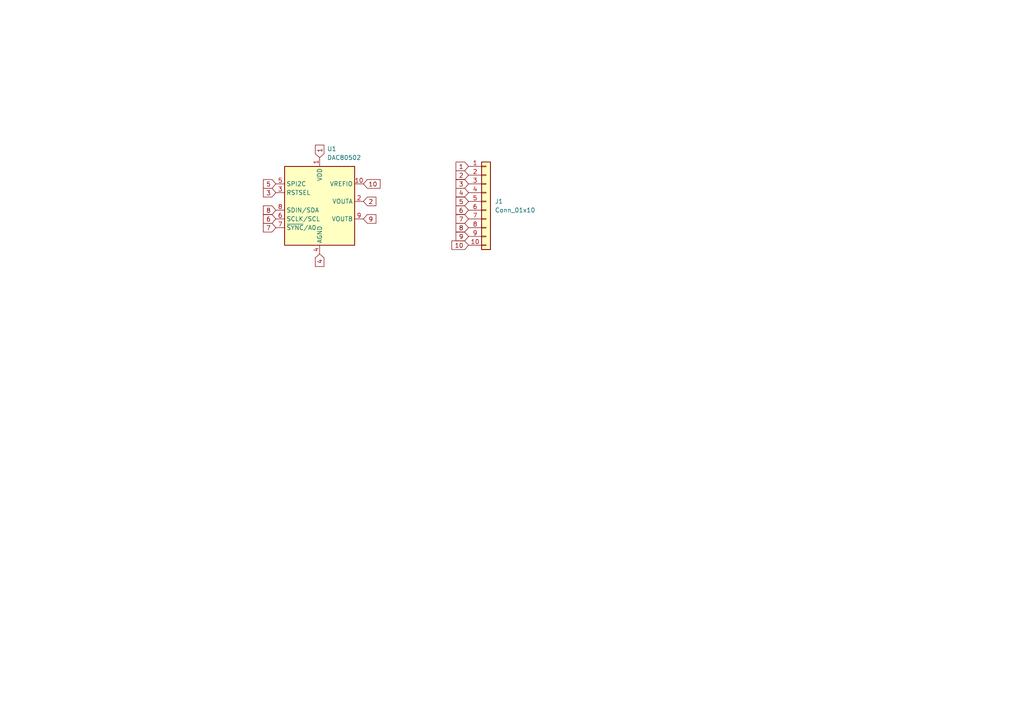
<source format=kicad_sch>
(kicad_sch (version 20250114) (generator "eeschema") (generator_version "9.0")
  (paper "A4")
  (lib_symbols
    (symbol "Analog_DAC:DAC80502"
      (property "Reference" "U" (at -10.16 11.43 0))
      (property "Value" "DAC80502" (at 7.62 11.43 0))
      (symbol "DAC80502_0_0"
        (pin input line (at -12.7 5.08 0) (length 2.54) (name "SPI2C") (number "5"))
        (pin input line (at -12.7 2.54 0) (length 2.54) (name "RSTSEL") (number "3"))
        (pin bidirectional line (at -12.7 -2.54 0) (length 2.54) (name "SDIN/SDA") (number "8"))
        (pin input line (at -12.7 -7.62 0) (length 2.54) (name "~{SYNC}/A0") (number "7"))
        (pin power_in line (at 0 12.7 270) (length 2.54) (name "VDD") (number "1"))
        (pin power_in line (at 0 -15.24 90) (length 2.54) (name "AGND") (number "4"))
        (pin bidirectional line (at 12.7 5.08 180) (length 2.54) (name "VREFIO") (number "10"))
        (pin output line (at 12.7 0 180) (length 2.54) (name "VOUTA") (number "2"))
        (pin output line (at 12.7 -5.08 180) (length 2.54) (name "VOUTB") (number "9"))
      )
      (symbol "DAC80502_1_0"
        (pin input line (at -12.7 -5.08 0) (length 2.54) (name "SCLK/SCL") (number "6"))
      )
      (symbol "DAC80502_1_1"
        (rectangle (start -10.16 10.16) (end 10.16 -12.7) (stroke (width 0.254)) (fill (type background)))
      )
    )
    (symbol "Connector_Generic:Conn_01x10" (pin_names (offset 1.016) (hide yes))
      (property "Reference" "J" (at 0 12.7 0))
      (property "Value" "Conn_01x10" (at 0 -15.24 0))
      (symbol "Conn_01x10_1_1"
        (rectangle (start -1.27 11.43) (end 1.27 -13.97) (stroke (width 0.254)) (fill (type background)))
        (rectangle (start -1.27 10.287) (end 0 10.033) (stroke (width 0.1524)))
        (rectangle (start -1.27 7.747) (end 0 7.493) (stroke (width 0.1524)))
        (rectangle (start -1.27 5.207) (end 0 4.953) (stroke (width 0.1524)))
        (rectangle (start -1.27 2.667) (end 0 2.413) (stroke (width 0.1524)))
        (rectangle (start -1.27 0.127) (end 0 -0.127) (stroke (width 0.1524)))
        (rectangle (start -1.27 -2.413) (end 0 -2.667) (stroke (width 0.1524)))
        (rectangle (start -1.27 -4.953) (end 0 -5.207) (stroke (width 0.1524)))
        (rectangle (start -1.27 -7.493) (end 0 -7.747) (stroke (width 0.1524)))
        (rectangle (start -1.27 -10.033) (end 0 -10.287) (stroke (width 0.1524)))
        (rectangle (start -1.27 -12.573) (end 0 -12.827) (stroke (width 0.1524)))
        (pin passive line (at -5.08 10.16 0) (length 3.81) (name "Pin_1") (number "1"))
        (pin passive line (at -5.08 7.62 0) (length 3.81) (name "Pin_2") (number "2"))
        (pin passive line (at -5.08 5.08 0) (length 3.81) (name "Pin_3") (number "3"))
        (pin passive line (at -5.08 2.54 0) (length 3.81) (name "Pin_4") (number "4"))
        (pin passive line (at -5.08 0 0) (length 3.81) (name "Pin_5") (number "5"))
        (pin passive line (at -5.08 -2.54 0) (length 3.81) (name "Pin_6") (number "6"))
        (pin passive line (at -5.08 -5.08 0) (length 3.81) (name "Pin_7") (number "7"))
        (pin passive line (at -5.08 -7.62 0) (length 3.81) (name "Pin_8") (number "8"))
        (pin passive line (at -5.08 -10.16 0) (length 3.81) (name "Pin_9") (number "9"))
        (pin passive line (at -5.08 -12.7 0) (length 3.81) (name "Pin_10") (number "10"))
      )
    )
  )
  (global_label "4" (shape input) (at 135.89 55.88 180) (property "Intersheetrefs" "${INTERSHEET_REFS}" (effects (hide yes))))
  (global_label "8" (shape input) (at 135.89 66.04 180) (property "Intersheetrefs" "${INTERSHEET_REFS}" (effects (hide yes))))
  (global_label "1" (shape input) (at 135.89 48.26 180) (property "Intersheetrefs" "${INTERSHEET_REFS}" (effects (hide yes))))
  (global_label "6" (shape input) (at 80.01 63.5 180) (property "Intersheetrefs" "${INTERSHEET_REFS}" (effects (hide yes))))
  (global_label "9" (shape input) (at 135.89 68.58 180) (property "Intersheetrefs" "${INTERSHEET_REFS}" (effects (hide yes))))
  (global_label "5" (shape input) (at 80.01 53.34 180) (property "Intersheetrefs" "${INTERSHEET_REFS}" (effects (hide yes))))
  (global_label "4" (shape input) (at 92.71 73.66 270) (property "Intersheetrefs" "${INTERSHEET_REFS}" (effects (hide yes))))
  (global_label "2" (shape input) (at 135.89 50.8 180) (property "Intersheetrefs" "${INTERSHEET_REFS}" (effects (hide yes))))
  (global_label "5" (shape input) (at 135.89 58.42 180) (property "Intersheetrefs" "${INTERSHEET_REFS}" (effects (hide yes))))
  (global_label "7" (shape input) (at 80.01 66.04 180) (property "Intersheetrefs" "${INTERSHEET_REFS}" (effects (hide yes))))
  (global_label "2" (shape input) (at 105.41 58.42 0) (property "Intersheetrefs" "${INTERSHEET_REFS}" (effects (hide yes))))
  (global_label "8" (shape input) (at 80.01 60.96 180) (property "Intersheetrefs" "${INTERSHEET_REFS}" (effects (hide yes))))
  (global_label "9" (shape input) (at 105.41 63.5 0) (property "Intersheetrefs" "${INTERSHEET_REFS}" (effects (hide yes))))
  (global_label "3" (shape input) (at 135.89 53.34 180) (property "Intersheetrefs" "${INTERSHEET_REFS}" (effects (hide yes))))
  (global_label "7" (shape input) (at 135.89 63.5 180) (property "Intersheetrefs" "${INTERSHEET_REFS}" (effects (hide yes))))
  (global_label "3" (shape input) (at 80.01 55.88 180) (property "Intersheetrefs" "${INTERSHEET_REFS}" (effects (hide yes))))
  (global_label "10" (shape input) (at 135.89 71.12 180) (property "Intersheetrefs" "${INTERSHEET_REFS}" (effects (hide yes))))
  (global_label "10" (shape input) (at 105.41 53.34 0) (property "Intersheetrefs" "${INTERSHEET_REFS}" (effects (hide yes))))
  (global_label "6" (shape input) (at 135.89 60.96 180) (property "Intersheetrefs" "${INTERSHEET_REFS}" (effects (hide yes))))
  (global_label "1" (shape input) (at 92.71 45.72 90) (property "Intersheetrefs" "${INTERSHEET_REFS}" (effects (hide yes))))
  (symbol (lib_id "Connector_Generic:Conn_01x10") (at 140.97 58.42 0) (unit 1)
    (property "Reference" "J1" (at 143.51 58.4199 0) (effects (justify left)))
    (property "Value" "Conn_01x10" (at 143.51 60.9599 0) (effects (justify left)))
    (property "Footprint" "Package_DIP:DIP-10_W7.62mm_LongPads" (effects (hide yes)))
    (property "Description" "Generic connector, single row, 01x10, script generated (kicad-library-utils/schlib/autogen/connector/)" (effects (hide yes)))
  )
  (symbol (lib_id "Analog_DAC:DAC80502") (at 92.71 58.42 0) (unit 1)
    (property "Reference" "U1" (at 94.8533 43.18 0) (effects (justify left)))
    (property "Value" "DAC80502" (at 94.8533 45.72 0) (effects (justify left)))
    (property "Footprint" "Synth:Texas_DRX_WSON-10_2.5x2.5mm_P0.5mm_long-pads" (effects (hide yes)))
    (property "Datasheet" "https://www.ti.com/lit/ds/symlink/dac80502.pdf" (effects (hide yes)))
    (property "Description" "16-bit dual-channel voltage output DAC, 2.5V 5ppm/°C internal reference, WSON-10" (effects (hide yes)))
  )
)
</source>
